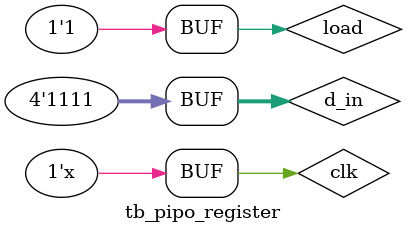
<source format=v>
module pipo_register(clk,load,d_in,d_out);
input clk;
input load;
input [3:0] d_in;
output reg [3:0] d_out;
always @(posedge clk) begin
if (load)
d_out <= d_in;
end
endmodule
/////test bench////
module tb_pipo_register();
reg clk;
reg load;
reg [3:0] d_in;
wire [3:0] d_out;
pipo_register p1(clk,load,d_in,d_out);
always #5 clk = ~clk;
initial begin
clk = 0;
load = 0;
d_in = 4'b0000;
#10 d_in = 4'b1010; load = 1;
#10 load = 0;
#10 d_in = 4'b1100;
#10 load = 1;
#10 d_in = 4'b1111;
end
endmodule

</source>
